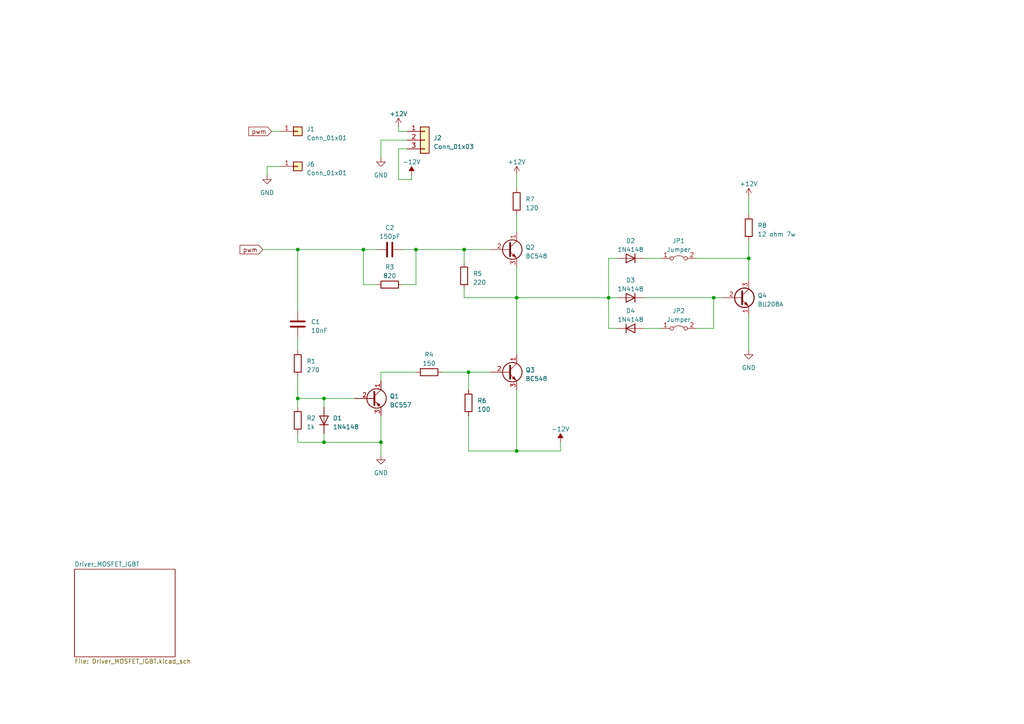
<source format=kicad_sch>
(kicad_sch (version 20230121) (generator eeschema)
  (paper "A4")
  (lib_symbols
    (symbol "Connector_Generic:Conn_01x01" (pin_names (offset 1.016) hide)
      (property "Reference" "J" (at 0 2.54 0))
      (property "Value" "Conn_01x01" (at 0 -2.54 0))
      (symbol "Conn_01x01_1_1"
        (rectangle (start -1.27 0.127) (end 0 -0.127) (stroke (width 0.1524)))
        (rectangle (start -1.27 1.27) (end 1.27 -1.27) (stroke (width 0.254)) (fill (type background)))
        (pin passive line (at -5.08 0 0) (length 3.81) (name "Pin_1") (number "1"))
      )
    )
    (symbol "Connector_Generic:Conn_01x03" (pin_names (offset 1.016) hide)
      (property "Reference" "J" (at 0 5.08 0))
      (property "Value" "Conn_01x03" (at 0 -5.08 0))
      (symbol "Conn_01x03_1_1"
        (rectangle (start -1.27 -2.413) (end 0 -2.667) (stroke (width 0.1524)))
        (rectangle (start -1.27 0.127) (end 0 -0.127) (stroke (width 0.1524)))
        (rectangle (start -1.27 2.667) (end 0 2.413) (stroke (width 0.1524)))
        (rectangle (start -1.27 3.81) (end 1.27 -3.81) (stroke (width 0.254)) (fill (type background)))
        (pin passive line (at -5.08 2.54 0) (length 3.81) (name "Pin_1") (number "1"))
        (pin passive line (at -5.08 0 0) (length 3.81) (name "Pin_2") (number "2"))
        (pin passive line (at -5.08 -2.54 0) (length 3.81) (name "Pin_3") (number "3"))
      )
    )
    (symbol "Device:C" (pin_numbers hide) (pin_names (offset 0.254))
      (property "Reference" "C" (at 0.635 2.54 0))
      (property "Value" "C" (at 0.635 -2.54 0))
      (symbol "C_0_1"
        (polyline (pts (xy -2.032 -0.762) (xy 2.032 -0.762)) (stroke (width 0.508)))
        (polyline (pts (xy -2.032 0.762) (xy 2.032 0.762)) (stroke (width 0.508)))
      )
      (symbol "C_1_1"
        (pin passive line (at 0 3.81 270) (length 2.794) (name "~") (number "1"))
        (pin passive line (at 0 -3.81 90) (length 2.794) (name "~") (number "2"))
      )
    )
    (symbol "Device:R" (pin_numbers hide) (pin_names (offset 0))
      (property "Reference" "R" (at 2.032 0 90))
      (property "Value" "R" (at 0 0 90))
      (symbol "R_0_1"
        (rectangle (start -1.016 -2.54) (end 1.016 2.54) (stroke (width 0.254)))
      )
      (symbol "R_1_1"
        (pin passive line (at 0 3.81 270) (length 1.27) (name "~") (number "1"))
        (pin passive line (at 0 -3.81 90) (length 1.27) (name "~") (number "2"))
      )
    )
    (symbol "Diode:1N4148" (pin_numbers hide) (pin_names hide)
      (property "Reference" "D" (at 0 2.54 0))
      (property "Value" "1N4148" (at 0 -2.54 0))
      (symbol "1N4148_0_1"
        (polyline (pts (xy -1.27 1.27) (xy -1.27 -1.27)) (stroke (width 0.254)))
        (polyline (pts (xy 1.27 0) (xy -1.27 0)))
        (polyline (pts (xy 1.27 1.27) (xy 1.27 -1.27) (xy -1.27 0) (xy 1.27 1.27)) (stroke (width 0.254)))
      )
      (symbol "1N4148_1_1"
        (pin passive line (at -3.81 0 0) (length 2.54) (name "K") (number "1"))
        (pin passive line (at 3.81 0 180) (length 2.54) (name "A") (number "2"))
      )
    )
    (symbol "Jumper:Jumper_2_Bridged" (pin_names (offset 0) hide)
      (property "Reference" "JP" (at 0 1.905 0))
      (property "Value" "Jumper_2_Bridged" (at 0 -2.54 0))
      (symbol "Jumper_2_Bridged_0_0"
        (circle (center -2.032 0) (radius 0.508))
        (circle (center 2.032 0) (radius 0.508))
      )
      (symbol "Jumper_2_Bridged_0_1"
        (arc (start 1.524 0.254) (mid 0 0.762) (end -1.524 0.254))
      )
      (symbol "Jumper_2_Bridged_1_1"
        (pin passive line (at -5.08 0 0) (length 2.54) (name "A") (number "1"))
        (pin passive line (at 5.08 0 180) (length 2.54) (name "B") (number "2"))
      )
    )
    (symbol "Transistor_BJT:BC548" (pin_names (offset 0) hide)
      (property "Reference" "Q" (at 5.08 1.905 0))
      (property "Value" "BC548" (at 5.08 0 0))
      (symbol "BC548_0_1"
        (polyline (pts (xy 0 0) (xy 0.635 0)))
        (polyline (pts (xy 0.635 0.635) (xy 2.54 2.54)))
        (polyline (pts (xy 0.635 -0.635) (xy 2.54 -2.54) (xy 2.54 -2.54)))
        (polyline (pts (xy 0.635 1.905) (xy 0.635 -1.905) (xy 0.635 -1.905)) (stroke (width 0.508)))
        (polyline (pts (xy 1.27 -1.778) (xy 1.778 -1.27) (xy 2.286 -2.286) (xy 1.27 -1.778) (xy 1.27 -1.778)) (fill (type outline)))
        (circle (center 1.27 0) (radius 2.8194) (stroke (width 0.254)))
      )
      (symbol "BC548_1_1"
        (pin passive line (at 2.54 5.08 270) (length 2.54) (name "C") (number "1"))
        (pin input line (at -5.08 0 0) (length 5.08) (name "B") (number "2"))
        (pin passive line (at 2.54 -5.08 90) (length 2.54) (name "E") (number "3"))
      )
    )
    (symbol "Transistor_BJT:BC557" (pin_names (offset 0) hide)
      (property "Reference" "Q" (at 5.08 1.905 0))
      (property "Value" "BC557" (at 5.08 0 0))
      (symbol "BC557_0_1"
        (polyline (pts (xy 0.635 0.635) (xy 2.54 2.54)))
        (polyline (pts (xy 0.635 -0.635) (xy 2.54 -2.54) (xy 2.54 -2.54)))
        (polyline (pts (xy 0.635 1.905) (xy 0.635 -1.905) (xy 0.635 -1.905)) (stroke (width 0.508)))
        (polyline (pts (xy 2.286 -1.778) (xy 1.778 -2.286) (xy 1.27 -1.27) (xy 2.286 -1.778) (xy 2.286 -1.778)) (fill (type outline)))
        (circle (center 1.27 0) (radius 2.8194) (stroke (width 0.254)))
      )
      (symbol "BC557_1_1"
        (pin passive line (at 2.54 5.08 270) (length 2.54) (name "C") (number "1"))
        (pin input line (at -5.08 0 0) (length 5.715) (name "B") (number "2"))
        (pin passive line (at 2.54 -5.08 90) (length 2.54) (name "E") (number "3"))
      )
    )
    (symbol "Transistor_BJT:BUT11" (pin_names (offset 0) hide)
      (property "Reference" "Q4" (at 5.08 0.635 0))
      (property "Value" "BU208A" (at 5.08 -1.905 0))
      (symbol "BUT11_0_1"
        (polyline (pts (xy 0 0) (xy 0.635 0)))
        (polyline (pts (xy 2.54 -2.54) (xy 0.635 -0.635)))
        (polyline (pts (xy 2.54 2.54) (xy 0.635 0.635)))
        (polyline (pts (xy 0.635 1.905) (xy 0.635 -1.905) (xy 0.635 -1.905)) (stroke (width 0.508)))
        (polyline (pts (xy 2.286 -2.286) (xy 1.778 -1.778) (xy 1.778 -1.778)))
        (polyline (pts (xy 1.27 -1.778) (xy 1.778 -1.27) (xy 2.286 -2.286) (xy 1.27 -1.778) (xy 1.27 -1.778)) (fill (type outline)))
        (circle (center 1.27 0) (radius 2.8194) (stroke (width 0.3048)))
      )
      (symbol "BUT11_1_1"
        (pin passive line (at 2.54 -5.08 90) (length 2.54) (name "E") (number "1"))
        (pin input line (at -5.08 0 0) (length 5.08) (name "B") (number "2"))
        (pin passive line (at 2.54 5.08 270) (length 2.54) (name "C") (number "3"))
      )
    )
    (symbol "power:+12V" (power) (pin_names (offset 0))
      (property "Value" "+12V" (at 0 3.556 0))
      (symbol "+12V_0_1"
        (polyline (pts (xy -0.762 1.27) (xy 0 2.54)))
        (polyline (pts (xy 0 0) (xy 0 2.54)))
        (polyline (pts (xy 0 2.54) (xy 0.762 1.27)))
      )
      (symbol "+12V_1_1"
        (pin power_in line (at 0 0 90) (length 0) hide (name "+12V") (number "1"))
      )
    )
    (symbol "power:-12V" (power) (pin_names (offset 0))
      (property "Value" "-12V" (at 0 3.81 0))
      (symbol "-12V_0_0"
        (pin power_in line (at 0 0 90) (length 0) hide (name "-12V") (number "1"))
      )
      (symbol "-12V_0_1"
        (polyline (pts (xy 0 0) (xy 0 1.27) (xy 0.762 1.27) (xy 0 2.54) (xy -0.762 1.27) (xy 0 1.27)) (fill (type outline)))
      )
    )
    (symbol "power:GND" (power) (pin_names (offset 0))
      (property "Value" "GND" (at 0 -3.81 0))
      (symbol "GND_0_1"
        (polyline (pts (xy 0 0) (xy 0 -1.27) (xy 1.27 -1.27) (xy 0 -2.54) (xy -1.27 -1.27) (xy 0 -1.27)))
      )
      (symbol "GND_1_1"
        (pin power_in line (at 0 0 270) (length 0) hide (name "GND") (number "1"))
      )
    )
  )
  (junction (at 93.98 115.57))
  (junction (at 93.98 128.27))
  (junction (at 86.36 72.39))
  (junction (at 149.86 86.36))
  (junction (at 135.89 107.95))
  (junction (at 86.36 115.57))
  (junction (at 120.65 72.39))
  (junction (at 110.49 128.27))
  (junction (at 176.53 86.36))
  (junction (at 217.17 74.93))
  (junction (at 134.62 72.39))
  (junction (at 207.01 86.36))
  (junction (at 105.41 72.39))
  (junction (at 149.86 130.81))
  (wire (pts (xy 149.86 86.36) (xy 149.86 102.87)))
  (wire (pts (xy 128.27 107.95) (xy 135.89 107.95)))
  (wire (pts (xy 118.11 38.1) (xy 115.57 38.1)))
  (wire (pts (xy 116.84 72.39) (xy 120.65 72.39)))
  (wire (pts (xy 110.49 128.27) (xy 110.49 132.08)))
  (wire (pts (xy 135.89 107.95) (xy 135.89 113.03)))
  (wire (pts (xy 120.65 72.39) (xy 134.62 72.39)))
  (wire (pts (xy 149.86 77.47) (xy 149.86 86.36)))
  (wire (pts (xy 86.36 125.73) (xy 86.36 128.27)))
  (wire (pts (xy 217.17 91.44) (xy 217.17 101.6)))
  (wire (pts (xy 134.62 86.36) (xy 149.86 86.36)))
  (wire (pts (xy 118.11 40.64) (xy 110.49 40.64)))
  (wire (pts (xy 162.56 128.27) (xy 162.56 130.81)))
  (wire (pts (xy 201.93 74.93) (xy 217.17 74.93)))
  (wire (pts (xy 78.74 38.1) (xy 81.28 38.1)))
  (wire (pts (xy 149.86 86.36) (xy 176.53 86.36)))
  (wire (pts (xy 217.17 69.85) (xy 217.17 74.93)))
  (wire (pts (xy 176.53 74.93) (xy 176.53 86.36)))
  (wire (pts (xy 120.65 107.95) (xy 110.49 107.95)))
  (wire (pts (xy 93.98 115.57) (xy 86.36 115.57)))
  (wire (pts (xy 217.17 57.15) (xy 217.17 62.23)))
  (wire (pts (xy 179.07 74.93) (xy 176.53 74.93)))
  (wire (pts (xy 176.53 86.36) (xy 179.07 86.36)))
  (wire (pts (xy 186.69 95.25) (xy 191.77 95.25)))
  (wire (pts (xy 217.17 74.93) (xy 217.17 81.28)))
  (wire (pts (xy 186.69 86.36) (xy 207.01 86.36)))
  (wire (pts (xy 86.36 115.57) (xy 86.36 118.11)))
  (wire (pts (xy 76.2 72.39) (xy 86.36 72.39)))
  (wire (pts (xy 176.53 86.36) (xy 176.53 95.25)))
  (wire (pts (xy 116.84 82.55) (xy 120.65 82.55)))
  (wire (pts (xy 176.53 95.25) (xy 179.07 95.25)))
  (wire (pts (xy 162.56 130.81) (xy 149.86 130.81)))
  (wire (pts (xy 86.36 72.39) (xy 105.41 72.39)))
  (wire (pts (xy 115.57 52.07) (xy 119.38 52.07)))
  (wire (pts (xy 86.36 109.22) (xy 86.36 115.57)))
  (wire (pts (xy 201.93 95.25) (xy 207.01 95.25)))
  (wire (pts (xy 120.65 82.55) (xy 120.65 72.39)))
  (wire (pts (xy 110.49 120.65) (xy 110.49 128.27)))
  (wire (pts (xy 105.41 82.55) (xy 105.41 72.39)))
  (wire (pts (xy 110.49 107.95) (xy 110.49 110.49)))
  (wire (pts (xy 109.22 82.55) (xy 105.41 82.55)))
  (wire (pts (xy 93.98 128.27) (xy 110.49 128.27)))
  (wire (pts (xy 115.57 38.1) (xy 115.57 36.83)))
  (wire (pts (xy 134.62 83.82) (xy 134.62 86.36)))
  (wire (pts (xy 134.62 72.39) (xy 134.62 76.2)))
  (wire (pts (xy 81.28 48.26) (xy 77.47 48.26)))
  (wire (pts (xy 77.47 48.26) (xy 77.47 50.8)))
  (wire (pts (xy 149.86 113.03) (xy 149.86 130.81)))
  (wire (pts (xy 119.38 52.07) (xy 119.38 50.8)))
  (wire (pts (xy 186.69 74.93) (xy 191.77 74.93)))
  (wire (pts (xy 93.98 125.73) (xy 93.98 128.27)))
  (wire (pts (xy 149.86 50.8) (xy 149.86 54.61)))
  (wire (pts (xy 118.11 43.18) (xy 115.57 43.18)))
  (wire (pts (xy 149.86 62.23) (xy 149.86 67.31)))
  (wire (pts (xy 115.57 43.18) (xy 115.57 52.07)))
  (wire (pts (xy 86.36 72.39) (xy 86.36 90.17)))
  (wire (pts (xy 86.36 97.79) (xy 86.36 101.6)))
  (wire (pts (xy 93.98 115.57) (xy 93.98 118.11)))
  (wire (pts (xy 135.89 130.81) (xy 135.89 120.65)))
  (wire (pts (xy 207.01 95.25) (xy 207.01 86.36)))
  (wire (pts (xy 93.98 115.57) (xy 102.87 115.57)))
  (wire (pts (xy 86.36 128.27) (xy 93.98 128.27)))
  (wire (pts (xy 207.01 86.36) (xy 209.55 86.36)))
  (wire (pts (xy 142.24 107.95) (xy 135.89 107.95)))
  (wire (pts (xy 149.86 130.81) (xy 135.89 130.81)))
  (wire (pts (xy 110.49 40.64) (xy 110.49 45.72)))
  (wire (pts (xy 105.41 72.39) (xy 109.22 72.39)))
  (wire (pts (xy 142.24 72.39) (xy 134.62 72.39)))
  (global_label "pwm" (shape input) (at 78.74 38.1 180) (property "Intersheetrefs" "${INTERSHEET_REFS}" (effects hide)))
  (global_label "pwm" (shape input) (at 76.2 72.39 180) (property "Intersheetrefs" "${INTERSHEET_REFS}" (effects hide)))
  (symbol (lib_id "Device:R") (at 135.89 116.84 0) (unit 1)
    (property "Reference" "R6" (at 138.43 116.205 0) (effects (justify left)))
    (property "Value" "100" (at 138.43 118.745 0) (effects (justify left)))
    (property "Footprint" "Resistor_THT:R_Axial_DIN0207_L6.3mm_D2.5mm_P7.62mm_Horizontal" (effects hide))
  )
  (symbol (lib_id "Device:R") (at 134.62 80.01 0) (unit 1)
    (property "Reference" "R5" (at 137.16 79.375 0) (effects (justify left)))
    (property "Value" "220" (at 137.16 81.915 0) (effects (justify left)))
    (property "Footprint" "Resistor_THT:R_Axial_DIN0207_L6.3mm_D2.5mm_P7.62mm_Horizontal" (effects hide))
  )
  (symbol (lib_id "Jumper:Jumper_2_Bridged") (at 196.85 74.93 0) (unit 1)
    (property "Reference" "JP1" (at 196.85 69.85 0))
    (property "Value" "Jumper" (at 196.85 72.39 0))
    (property "Footprint" "Connector_PinHeader_1.00mm:PinHeader_1x02_P1.00mm_Vertical" (effects hide))
  )
  (symbol (lib_id "power:+12V") (at 115.57 36.83 0) (unit 1)
    (property "Reference" "#PWR03" (effects hide))
    (property "Value" "+12V" (at 115.57 33.02 0))
  )
  (symbol (lib_id "power:GND") (at 217.17 101.6 0) (unit 1)
    (property "Reference" "#PWR08" (effects hide))
    (property "Value" "GND" (at 217.17 106.68 0))
  )
  (symbol (lib_id "power:+12V") (at 217.17 57.15 0) (unit 1)
    (property "Reference" "#PWR07" (effects hide))
    (property "Value" "+12V" (at 217.17 53.34 0))
  )
  (symbol (lib_id "power:GND") (at 110.49 45.72 0) (unit 1)
    (property "Reference" "#PWR01" (effects hide))
    (property "Value" "GND" (at 110.49 50.8 0))
  )
  (symbol (lib_id "Device:R") (at 86.36 105.41 0) (unit 1)
    (property "Reference" "R1" (at 88.9 104.775 0) (effects (justify left)))
    (property "Value" "270" (at 88.9 107.315 0) (effects (justify left)))
    (property "Footprint" "Resistor_THT:R_Axial_DIN0207_L6.3mm_D2.5mm_P7.62mm_Horizontal" (effects hide))
  )
  (symbol (lib_id "Device:C") (at 86.36 93.98 0) (unit 1)
    (property "Reference" "C1" (at 90.17 93.345 0) (effects (justify left)))
    (property "Value" "10nF" (at 90.17 95.885 0) (effects (justify left)))
    (property "Footprint" "Capacitor_THT:CP_Radial_D8.0mm_P5.00mm" (effects hide))
  )
  (symbol (lib_id "Connector_Generic:Conn_01x01") (at 86.36 48.26 0) (unit 1)
    (property "Reference" "J6" (at 88.9 47.625 0) (effects (justify left)))
    (property "Value" "Conn_01x01" (at 88.9 50.165 0) (effects (justify left)))
    (property "Footprint" "Connector_PinHeader_2.00mm:PinHeader_1x01_P2.00mm_Vertical" (effects hide))
  )
  (symbol (lib_id "Transistor_BJT:BUT11") (at 214.63 86.36 0) (unit 1)
    (property "Reference" "Q4" (at 219.71 85.725 0) (effects (justify left)))
    (property "Value" "BU208A" (at 219.71 88.265 0) (effects (justify left)))
    (property "Footprint" "Package_TO_SOT_THT:TO-3" (effects hide))
    (property "Datasheet" "https://www.onsemi.com/pub/Collateral/BUT11A-D.pdf" (effects hide))
  )
  (symbol (lib_id "power:GND") (at 110.49 132.08 0) (unit 1)
    (property "Reference" "#PWR02" (effects hide))
    (property "Value" "GND" (at 110.49 137.16 0))
  )
  (symbol (lib_id "power:-12V") (at 162.56 128.27 0) (unit 1)
    (property "Reference" "#PWR06" (effects hide))
    (property "Value" "-12V" (at 162.56 124.46 0))
  )
  (symbol (lib_id "Connector_Generic:Conn_01x03") (at 123.19 40.64 0) (unit 1)
    (property "Reference" "J2" (at 125.73 40.005 0) (effects (justify left)))
    (property "Value" "Conn_01x03" (at 125.73 42.545 0) (effects (justify left)))
    (property "Footprint" "Connector_Wire:SolderWire-0.25sqmm_1x03_P4.2mm_D0.65mm_OD1.7mm" (effects hide))
  )
  (symbol (lib_id "Device:R") (at 149.86 58.42 0) (unit 1)
    (property "Reference" "R7" (at 152.4 57.785 0) (effects (justify left)))
    (property "Value" "120" (at 152.4 60.325 0) (effects (justify left)))
    (property "Footprint" "Resistor_THT:R_Axial_DIN0207_L6.3mm_D2.5mm_P7.62mm_Horizontal" (effects hide))
  )
  (symbol (lib_id "Diode:1N4148") (at 182.88 86.36 180) (unit 1)
    (property "Reference" "D3" (at 182.88 81.28 0))
    (property "Value" "1N4148" (at 182.88 83.82 0))
    (property "Footprint" "Diode_THT:D_DO-35_SOD27_P7.62mm_Horizontal" (effects hide))
    (property "Datasheet" "https://assets.nexperia.com/documents/data-sheet/1N4148_1N4448.pdf" (effects hide))
    (property "Sim.Device" "D" (effects hide))
    (property "Sim.Pins" "1=K 2=A" (effects hide))
  )
  (symbol (lib_id "power:-12V") (at 119.38 50.8 0) (unit 1)
    (property "Reference" "#PWR04" (effects hide))
    (property "Value" "-12V" (at 119.38 46.99 0))
  )
  (symbol (lib_id "Device:R") (at 217.17 66.04 0) (unit 1)
    (property "Reference" "R8" (at 219.71 65.405 0) (effects (justify left)))
    (property "Value" "12 ohm 7w" (at 219.71 67.945 0) (effects (justify left)))
    (property "Footprint" "Resistor_THT:R_Axial_Power_L20.0mm_W6.4mm_P22.40mm" (effects hide))
  )
  (symbol (lib_id "Transistor_BJT:BC557") (at 107.95 115.57 0) (unit 1)
    (property "Reference" "Q1" (at 113.03 114.935 0) (effects (justify left)))
    (property "Value" "BC557" (at 113.03 117.475 0) (effects (justify left)))
    (property "Footprint" "Package_TO_SOT_THT:TO-92_Inline_Wide" (effects hide))
    (property "Datasheet" "https://www.onsemi.com/pub/Collateral/BC556BTA-D.pdf" (effects hide))
  )
  (symbol (lib_id "Diode:1N4148") (at 93.98 121.92 90) (unit 1)
    (property "Reference" "D1" (at 96.52 121.285 90) (effects (justify right)))
    (property "Value" "1N4148" (at 96.52 123.825 90) (effects (justify right)))
    (property "Footprint" "Diode_THT:D_DO-35_SOD27_P7.62mm_Horizontal" (effects hide))
    (property "Datasheet" "https://assets.nexperia.com/documents/data-sheet/1N4148_1N4448.pdf" (effects hide))
    (property "Sim.Device" "D" (effects hide))
    (property "Sim.Pins" "1=K 2=A" (effects hide))
  )
  (symbol (lib_id "power:GND") (at 77.47 50.8 0) (unit 1)
    (property "Reference" "#PWR019" (effects hide))
    (property "Value" "GND" (at 77.47 55.88 0))
  )
  (symbol (lib_id "power:+12V") (at 149.86 50.8 0) (unit 1)
    (property "Reference" "#PWR05" (effects hide))
    (property "Value" "+12V" (at 149.86 46.99 0))
  )
  (symbol (lib_id "Diode:1N4148") (at 182.88 74.93 180) (unit 1)
    (property "Reference" "D2" (at 182.88 69.85 0))
    (property "Value" "1N4148" (at 182.88 72.39 0))
    (property "Footprint" "Diode_THT:D_DO-35_SOD27_P7.62mm_Horizontal" (effects hide))
    (property "Datasheet" "https://assets.nexperia.com/documents/data-sheet/1N4148_1N4448.pdf" (effects hide))
    (property "Sim.Device" "D" (effects hide))
    (property "Sim.Pins" "1=K 2=A" (effects hide))
  )
  (symbol (lib_id "Transistor_BJT:BC548") (at 147.32 72.39 0) (unit 1)
    (property "Reference" "Q2" (at 152.4 71.755 0) (effects (justify left)))
    (property "Value" "BC548" (at 152.4 74.295 0) (effects (justify left)))
    (property "Footprint" "Package_TO_SOT_THT:TO-92_Inline_Wide" (effects hide))
    (property "Datasheet" "https://www.onsemi.com/pub/Collateral/BC550-D.pdf" (effects hide))
  )
  (symbol (lib_id "Diode:1N4148") (at 182.88 95.25 0) (unit 1)
    (property "Reference" "D4" (at 182.88 90.17 0))
    (property "Value" "1N4148" (at 182.88 92.71 0))
    (property "Footprint" "Diode_THT:D_DO-35_SOD27_P7.62mm_Horizontal" (effects hide))
    (property "Datasheet" "https://assets.nexperia.com/documents/data-sheet/1N4148_1N4448.pdf" (effects hide))
    (property "Sim.Device" "D" (effects hide))
    (property "Sim.Pins" "1=K 2=A" (effects hide))
  )
  (symbol (lib_id "Device:R") (at 86.36 121.92 0) (unit 1)
    (property "Reference" "R2" (at 88.9 121.285 0) (effects (justify left)))
    (property "Value" "1k" (at 88.9 123.825 0) (effects (justify left)))
    (property "Footprint" "Resistor_THT:R_Axial_DIN0207_L6.3mm_D2.5mm_P7.62mm_Horizontal" (effects hide))
  )
  (symbol (lib_id "Transistor_BJT:BC548") (at 147.32 107.95 0) (unit 1)
    (property "Reference" "Q3" (at 152.4 107.315 0) (effects (justify left)))
    (property "Value" "BC548" (at 152.4 109.855 0) (effects (justify left)))
    (property "Footprint" "Package_TO_SOT_THT:TO-92_Inline_Wide" (effects hide))
    (property "Datasheet" "https://www.onsemi.com/pub/Collateral/BC550-D.pdf" (effects hide))
  )
  (symbol (lib_id "Device:R") (at 113.03 82.55 90) (unit 1)
    (property "Reference" "R3" (at 113.03 77.47 90))
    (property "Value" "820" (at 113.03 80.01 90))
    (property "Footprint" "Resistor_THT:R_Axial_DIN0207_L6.3mm_D2.5mm_P7.62mm_Horizontal" (effects hide))
  )
  (symbol (lib_id "Connector_Generic:Conn_01x01") (at 86.36 38.1 0) (unit 1)
    (property "Reference" "J1" (at 88.9 37.465 0) (effects (justify left)))
    (property "Value" "Conn_01x01" (at 88.9 40.005 0) (effects (justify left)))
    (property "Footprint" "Connector_PinHeader_2.00mm:PinHeader_1x01_P2.00mm_Vertical" (effects hide))
  )
  (symbol (lib_id "Jumper:Jumper_2_Bridged") (at 196.85 95.25 0) (unit 1)
    (property "Reference" "JP2" (at 196.85 90.17 0))
    (property "Value" "Jumper" (at 196.85 92.71 0))
    (property "Footprint" "Connector_PinHeader_1.00mm:PinHeader_1x02_P1.00mm_Vertical" (effects hide))
  )
  (symbol (lib_id "Device:R") (at 124.46 107.95 90) (unit 1)
    (property "Reference" "R4" (at 124.46 102.87 90))
    (property "Value" "150" (at 124.46 105.41 90))
    (property "Footprint" "Resistor_THT:R_Axial_DIN0207_L6.3mm_D2.5mm_P7.62mm_Horizontal" (effects hide))
  )
  (symbol (lib_id "Device:C") (at 113.03 72.39 90) (unit 1)
    (property "Reference" "C2" (at 113.03 66.04 90))
    (property "Value" "150pF" (at 113.03 68.58 90))
    (property "Footprint" "Capacitor_THT:CP_Radial_D8.0mm_P5.00mm" (effects hide))
  )
  (sheet (at 21.59 165.1) (size 29.21 25.4) (stroke (width 0.1524))
    (property "Sheetname" "Driver_MOSFET_IGBT" (at 21.59 164.3884 0) (effects (justify left bottom)))
    (property "Sheetfile" "Driver_MOSFET_IGBT.kicad_sch" (at 21.59 191.0846 0) (effects (justify left top)))
  )
)
</source>
